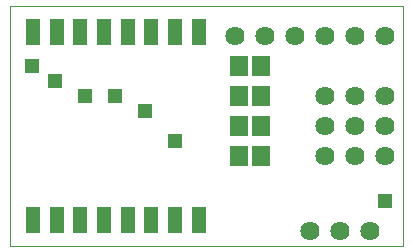
<source format=gts>
G75*
%MOIN*%
%OFA0B0*%
%FSLAX25Y25*%
%IPPOS*%
%LPD*%
%AMOC8*
5,1,8,0,0,1.08239X$1,22.5*
%
%ADD10C,0.00000*%
%ADD11R,0.04737X0.08674*%
%ADD12R,0.05918X0.07099*%
%ADD13C,0.06400*%
%ADD14R,0.04762X0.04762*%
D10*
X0036368Y0001000D02*
X0036368Y0080961D01*
X0167569Y0080961D01*
X0167569Y0001000D01*
X0036368Y0001000D01*
D11*
X0044163Y0009504D03*
X0052037Y0009504D03*
X0059911Y0009504D03*
X0067785Y0009504D03*
X0075659Y0009504D03*
X0083533Y0009504D03*
X0091407Y0009504D03*
X0099281Y0009504D03*
X0099281Y0072496D03*
X0091407Y0072496D03*
X0083533Y0072496D03*
X0075659Y0072496D03*
X0067785Y0072496D03*
X0059911Y0072496D03*
X0052037Y0072496D03*
X0044163Y0072496D03*
D12*
X0112628Y0061000D03*
X0120108Y0061000D03*
X0120108Y0051000D03*
X0112628Y0051000D03*
X0112628Y0041000D03*
X0120108Y0041000D03*
X0120108Y0031000D03*
X0112628Y0031000D03*
D13*
X0141368Y0031000D03*
X0151368Y0031000D03*
X0161368Y0031000D03*
X0161368Y0041000D03*
X0151368Y0041000D03*
X0141368Y0041000D03*
X0141368Y0051000D03*
X0151368Y0051000D03*
X0161368Y0051000D03*
X0161368Y0071000D03*
X0151368Y0071000D03*
X0141368Y0071000D03*
X0131368Y0071000D03*
X0121368Y0071000D03*
X0111368Y0071000D03*
X0136368Y0006000D03*
X0146368Y0006000D03*
X0156368Y0006000D03*
D14*
X0161368Y0016000D03*
X0091368Y0036000D03*
X0081368Y0046000D03*
X0071368Y0051000D03*
X0061368Y0051000D03*
X0051368Y0056000D03*
X0043868Y0061000D03*
X0141368Y0071000D03*
M02*

</source>
